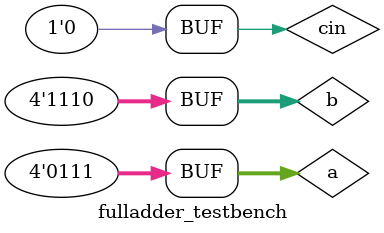
<source format=v>
`timescale 1ns / 1ps
module fulladder_testbench();
  reg [3:0]a;
  reg [3:0]b;
  reg cin;
  wire [3:0] sum;
  wire carry;
  full_adder f1 (a,b, cin,sum,carry);
  initial 
  begin
        #5 a=4'b0111;b=4'b1110;cin=0;
    /*    #5 a=4'b1111;b=4'b1101;cin=1;
		#5 a=4'b0000;b=4'b1111;cin=0;
		#5 a=4'b1001;b=4'b1000;cin=1;
		#5 a=4'b1000;b=4'b0110;cin=0;
		*/
		end
		endmodule
</source>
